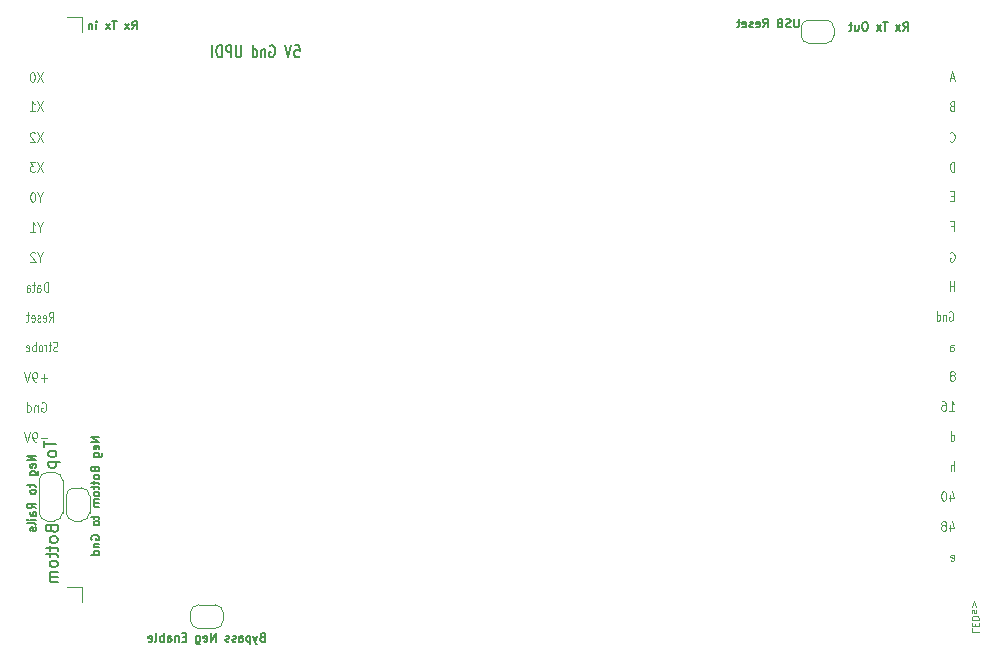
<source format=gbr>
%TF.GenerationSoftware,KiCad,Pcbnew,(5.1.9-0-10_14)*%
%TF.CreationDate,2021-04-17T19:26:37+08:00*%
%TF.ProjectId,BreadControlV2-rounded,42726561-6443-46f6-9e74-726f6c56322d,rev?*%
%TF.SameCoordinates,Original*%
%TF.FileFunction,Legend,Bot*%
%TF.FilePolarity,Positive*%
%FSLAX46Y46*%
G04 Gerber Fmt 4.6, Leading zero omitted, Abs format (unit mm)*
G04 Created by KiCad (PCBNEW (5.1.9-0-10_14)) date 2021-04-17 19:26:37*
%MOMM*%
%LPD*%
G01*
G04 APERTURE LIST*
%ADD10C,0.100000*%
%ADD11C,0.175000*%
%ADD12C,0.120000*%
%ADD13C,0.150000*%
G04 APERTURE END LIST*
D10*
X178798571Y-82280000D02*
X178798571Y-82565714D01*
X179398571Y-82565714D01*
X179112857Y-82080000D02*
X179112857Y-81880000D01*
X178798571Y-81794285D02*
X178798571Y-82080000D01*
X179398571Y-82080000D01*
X179398571Y-81794285D01*
X178798571Y-81537142D02*
X179398571Y-81537142D01*
X179398571Y-81394285D01*
X179370000Y-81308571D01*
X179312857Y-81251428D01*
X179255714Y-81222857D01*
X179141428Y-81194285D01*
X179055714Y-81194285D01*
X178941428Y-81222857D01*
X178884285Y-81251428D01*
X178827142Y-81308571D01*
X178798571Y-81394285D01*
X178798571Y-81537142D01*
X178827142Y-80965714D02*
X178798571Y-80908571D01*
X178798571Y-80794285D01*
X178827142Y-80737142D01*
X178884285Y-80708571D01*
X178912857Y-80708571D01*
X178970000Y-80737142D01*
X178998571Y-80794285D01*
X178998571Y-80880000D01*
X179027142Y-80937142D01*
X179084285Y-80965714D01*
X179112857Y-80965714D01*
X179170000Y-80937142D01*
X179198571Y-80880000D01*
X179198571Y-80794285D01*
X179170000Y-80737142D01*
X179198571Y-80451428D02*
X179027142Y-79994285D01*
X178855714Y-80451428D01*
X177331666Y-35693333D02*
X176998333Y-35693333D01*
X177398333Y-35921904D02*
X177165000Y-35121904D01*
X176931666Y-35921904D01*
X177115000Y-38042857D02*
X177015000Y-38080952D01*
X176981666Y-38119047D01*
X176948333Y-38195238D01*
X176948333Y-38309523D01*
X176981666Y-38385714D01*
X177015000Y-38423809D01*
X177081666Y-38461904D01*
X177348333Y-38461904D01*
X177348333Y-37661904D01*
X177115000Y-37661904D01*
X177048333Y-37700000D01*
X177015000Y-37738095D01*
X176981666Y-37814285D01*
X176981666Y-37890476D01*
X177015000Y-37966666D01*
X177048333Y-38004761D01*
X177115000Y-38042857D01*
X177348333Y-38042857D01*
X176981666Y-50463500D02*
X177048333Y-50425404D01*
X177148333Y-50425404D01*
X177248333Y-50463500D01*
X177315000Y-50539690D01*
X177348333Y-50615880D01*
X177381666Y-50768261D01*
X177381666Y-50882547D01*
X177348333Y-51034928D01*
X177315000Y-51111119D01*
X177248333Y-51187309D01*
X177148333Y-51225404D01*
X177081666Y-51225404D01*
X176981666Y-51187309D01*
X176948333Y-51149214D01*
X176948333Y-50882547D01*
X177081666Y-50882547D01*
X176917333Y-63861904D02*
X177317333Y-63861904D01*
X177117333Y-63861904D02*
X177117333Y-63061904D01*
X177184000Y-63176190D01*
X177250666Y-63252380D01*
X177317333Y-63290476D01*
X176317333Y-63061904D02*
X176450666Y-63061904D01*
X176517333Y-63100000D01*
X176550666Y-63138095D01*
X176617333Y-63252380D01*
X176650666Y-63404761D01*
X176650666Y-63709523D01*
X176617333Y-63785714D01*
X176584000Y-63823809D01*
X176517333Y-63861904D01*
X176384000Y-63861904D01*
X176317333Y-63823809D01*
X176284000Y-63785714D01*
X176250666Y-63709523D01*
X176250666Y-63519047D01*
X176284000Y-63442857D01*
X176317333Y-63404761D01*
X176384000Y-63366666D01*
X176517333Y-63366666D01*
X176584000Y-63404761D01*
X176617333Y-63442857D01*
X176650666Y-63519047D01*
X176948333Y-40989214D02*
X176981666Y-41027309D01*
X177081666Y-41065404D01*
X177148333Y-41065404D01*
X177248333Y-41027309D01*
X177315000Y-40951119D01*
X177348333Y-40874928D01*
X177381666Y-40722547D01*
X177381666Y-40608261D01*
X177348333Y-40455880D01*
X177315000Y-40379690D01*
X177248333Y-40303500D01*
X177148333Y-40265404D01*
X177081666Y-40265404D01*
X176981666Y-40303500D01*
X176948333Y-40341595D01*
X177315000Y-68941904D02*
X177315000Y-68141904D01*
X177015000Y-68941904D02*
X177015000Y-68522857D01*
X177048333Y-68446666D01*
X177115000Y-68408571D01*
X177215000Y-68408571D01*
X177281666Y-68446666D01*
X177315000Y-68484761D01*
X177348333Y-43605404D02*
X177348333Y-42805404D01*
X177181666Y-42805404D01*
X177081666Y-42843500D01*
X177015000Y-42919690D01*
X176981666Y-42995880D01*
X176948333Y-43148261D01*
X176948333Y-43262547D01*
X176981666Y-43414928D01*
X177015000Y-43491119D01*
X177081666Y-43567309D01*
X177181666Y-43605404D01*
X177348333Y-43605404D01*
X177315000Y-45662857D02*
X177081666Y-45662857D01*
X176981666Y-46081904D02*
X177315000Y-46081904D01*
X177315000Y-45281904D01*
X176981666Y-45281904D01*
X177231666Y-60864761D02*
X177298333Y-60826666D01*
X177331666Y-60788571D01*
X177365000Y-60712380D01*
X177365000Y-60674285D01*
X177331666Y-60598095D01*
X177298333Y-60560000D01*
X177231666Y-60521904D01*
X177098333Y-60521904D01*
X177031666Y-60560000D01*
X176998333Y-60598095D01*
X176965000Y-60674285D01*
X176965000Y-60712380D01*
X176998333Y-60788571D01*
X177031666Y-60826666D01*
X177098333Y-60864761D01*
X177231666Y-60864761D01*
X177298333Y-60902857D01*
X177331666Y-60940952D01*
X177365000Y-61017142D01*
X177365000Y-61169523D01*
X177331666Y-61245714D01*
X177298333Y-61283809D01*
X177231666Y-61321904D01*
X177098333Y-61321904D01*
X177031666Y-61283809D01*
X176998333Y-61245714D01*
X176965000Y-61169523D01*
X176965000Y-61017142D01*
X176998333Y-60940952D01*
X177031666Y-60902857D01*
X177098333Y-60864761D01*
X176984000Y-70948571D02*
X176984000Y-71481904D01*
X177150666Y-70643809D02*
X177317333Y-71215238D01*
X176884000Y-71215238D01*
X176484000Y-70681904D02*
X176417333Y-70681904D01*
X176350666Y-70720000D01*
X176317333Y-70758095D01*
X176284000Y-70834285D01*
X176250666Y-70986666D01*
X176250666Y-71177142D01*
X176284000Y-71329523D01*
X176317333Y-71405714D01*
X176350666Y-71443809D01*
X176417333Y-71481904D01*
X176484000Y-71481904D01*
X176550666Y-71443809D01*
X176584000Y-71405714D01*
X176617333Y-71329523D01*
X176650666Y-71177142D01*
X176650666Y-70986666D01*
X176617333Y-70834285D01*
X176584000Y-70758095D01*
X176550666Y-70720000D01*
X176484000Y-70681904D01*
X177031666Y-76523809D02*
X177098333Y-76561904D01*
X177231666Y-76561904D01*
X177298333Y-76523809D01*
X177331666Y-76447619D01*
X177331666Y-76142857D01*
X177298333Y-76066666D01*
X177231666Y-76028571D01*
X177098333Y-76028571D01*
X177031666Y-76066666D01*
X176998333Y-76142857D01*
X176998333Y-76219047D01*
X177331666Y-76295238D01*
X177011028Y-58781904D02*
X177011028Y-58362857D01*
X177039600Y-58286666D01*
X177096742Y-58248571D01*
X177211028Y-58248571D01*
X177268171Y-58286666D01*
X177011028Y-58743809D02*
X177068171Y-58781904D01*
X177211028Y-58781904D01*
X177268171Y-58743809D01*
X177296742Y-58667619D01*
X177296742Y-58591428D01*
X177268171Y-58515238D01*
X177211028Y-58477142D01*
X177068171Y-58477142D01*
X177011028Y-58439047D01*
X177065000Y-48202857D02*
X177298333Y-48202857D01*
X177298333Y-48621904D02*
X177298333Y-47821904D01*
X176965000Y-47821904D01*
X177015000Y-66401904D02*
X177015000Y-65601904D01*
X177015000Y-66363809D02*
X177081666Y-66401904D01*
X177215000Y-66401904D01*
X177281666Y-66363809D01*
X177315000Y-66325714D01*
X177348333Y-66249523D01*
X177348333Y-66020952D01*
X177315000Y-65944761D01*
X177281666Y-65906666D01*
X177215000Y-65868571D01*
X177081666Y-65868571D01*
X177015000Y-65906666D01*
X177336428Y-53701904D02*
X177336428Y-52901904D01*
X177336428Y-53282857D02*
X176993571Y-53282857D01*
X176993571Y-53701904D02*
X176993571Y-52901904D01*
X176915714Y-55480000D02*
X176972857Y-55441904D01*
X177058571Y-55441904D01*
X177144285Y-55480000D01*
X177201428Y-55556190D01*
X177230000Y-55632380D01*
X177258571Y-55784761D01*
X177258571Y-55899047D01*
X177230000Y-56051428D01*
X177201428Y-56127619D01*
X177144285Y-56203809D01*
X177058571Y-56241904D01*
X177001428Y-56241904D01*
X176915714Y-56203809D01*
X176887142Y-56165714D01*
X176887142Y-55899047D01*
X177001428Y-55899047D01*
X176630000Y-55708571D02*
X176630000Y-56241904D01*
X176630000Y-55784761D02*
X176601428Y-55746666D01*
X176544285Y-55708571D01*
X176458571Y-55708571D01*
X176401428Y-55746666D01*
X176372857Y-55822857D01*
X176372857Y-56241904D01*
X175830000Y-56241904D02*
X175830000Y-55441904D01*
X175830000Y-56203809D02*
X175887142Y-56241904D01*
X176001428Y-56241904D01*
X176058571Y-56203809D01*
X176087142Y-56165714D01*
X176115714Y-56089523D01*
X176115714Y-55860952D01*
X176087142Y-55784761D01*
X176058571Y-55746666D01*
X176001428Y-55708571D01*
X175887142Y-55708571D01*
X175830000Y-55746666D01*
X176984000Y-73488571D02*
X176984000Y-74021904D01*
X177150666Y-73183809D02*
X177317333Y-73755238D01*
X176884000Y-73755238D01*
X176517333Y-73564761D02*
X176584000Y-73526666D01*
X176617333Y-73488571D01*
X176650666Y-73412380D01*
X176650666Y-73374285D01*
X176617333Y-73298095D01*
X176584000Y-73260000D01*
X176517333Y-73221904D01*
X176384000Y-73221904D01*
X176317333Y-73260000D01*
X176284000Y-73298095D01*
X176250666Y-73374285D01*
X176250666Y-73412380D01*
X176284000Y-73488571D01*
X176317333Y-73526666D01*
X176384000Y-73564761D01*
X176517333Y-73564761D01*
X176584000Y-73602857D01*
X176617333Y-73640952D01*
X176650666Y-73717142D01*
X176650666Y-73869523D01*
X176617333Y-73945714D01*
X176584000Y-73983809D01*
X176517333Y-74021904D01*
X176384000Y-74021904D01*
X176317333Y-73983809D01*
X176284000Y-73945714D01*
X176250666Y-73869523D01*
X176250666Y-73717142D01*
X176284000Y-73640952D01*
X176317333Y-73602857D01*
X176384000Y-73564761D01*
X99944513Y-50844452D02*
X99944513Y-51225404D01*
X100177846Y-50425404D02*
X99944513Y-50844452D01*
X99711180Y-50425404D01*
X99511180Y-50501595D02*
X99477846Y-50463500D01*
X99411180Y-50425404D01*
X99244513Y-50425404D01*
X99177846Y-50463500D01*
X99144513Y-50501595D01*
X99111180Y-50577785D01*
X99111180Y-50653976D01*
X99144513Y-50768261D01*
X99544513Y-51225404D01*
X99111180Y-51225404D01*
X100061180Y-63163500D02*
X100127846Y-63125404D01*
X100227846Y-63125404D01*
X100327846Y-63163500D01*
X100394513Y-63239690D01*
X100427846Y-63315880D01*
X100461180Y-63468261D01*
X100461180Y-63582547D01*
X100427846Y-63734928D01*
X100394513Y-63811119D01*
X100327846Y-63887309D01*
X100227846Y-63925404D01*
X100161180Y-63925404D01*
X100061180Y-63887309D01*
X100027846Y-63849214D01*
X100027846Y-63582547D01*
X100161180Y-63582547D01*
X99727846Y-63392071D02*
X99727846Y-63925404D01*
X99727846Y-63468261D02*
X99694513Y-63430166D01*
X99627846Y-63392071D01*
X99527846Y-63392071D01*
X99461180Y-63430166D01*
X99427846Y-63506357D01*
X99427846Y-63925404D01*
X98794513Y-63925404D02*
X98794513Y-63125404D01*
X98794513Y-63887309D02*
X98861180Y-63925404D01*
X98994513Y-63925404D01*
X99061180Y-63887309D01*
X99094513Y-63849214D01*
X99127846Y-63773023D01*
X99127846Y-63544452D01*
X99094513Y-63468261D01*
X99061180Y-63430166D01*
X98994513Y-63392071D01*
X98861180Y-63392071D01*
X98794513Y-63430166D01*
X100177846Y-40265404D02*
X99711180Y-41065404D01*
X99711180Y-40265404D02*
X100177846Y-41065404D01*
X99477846Y-40341595D02*
X99444513Y-40303500D01*
X99377846Y-40265404D01*
X99211180Y-40265404D01*
X99144513Y-40303500D01*
X99111180Y-40341595D01*
X99077846Y-40417785D01*
X99077846Y-40493976D01*
X99111180Y-40608261D01*
X99511180Y-41065404D01*
X99077846Y-41065404D01*
X100177846Y-42805404D02*
X99711180Y-43605404D01*
X99711180Y-42805404D02*
X100177846Y-43605404D01*
X99511180Y-42805404D02*
X99077846Y-42805404D01*
X99311180Y-43110166D01*
X99211180Y-43110166D01*
X99144513Y-43148261D01*
X99111180Y-43186357D01*
X99077846Y-43262547D01*
X99077846Y-43453023D01*
X99111180Y-43529214D01*
X99144513Y-43567309D01*
X99211180Y-43605404D01*
X99411180Y-43605404D01*
X99477846Y-43567309D01*
X99511180Y-43529214D01*
X99944513Y-45764452D02*
X99944513Y-46145404D01*
X100177846Y-45345404D02*
X99944513Y-45764452D01*
X99711180Y-45345404D01*
X99344513Y-45345404D02*
X99277846Y-45345404D01*
X99211180Y-45383500D01*
X99177846Y-45421595D01*
X99144513Y-45497785D01*
X99111180Y-45650166D01*
X99111180Y-45840642D01*
X99144513Y-45993023D01*
X99177846Y-46069214D01*
X99211180Y-46107309D01*
X99277846Y-46145404D01*
X99344513Y-46145404D01*
X99411180Y-46107309D01*
X99444513Y-46069214D01*
X99477846Y-45993023D01*
X99511180Y-45840642D01*
X99511180Y-45650166D01*
X99477846Y-45497785D01*
X99444513Y-45421595D01*
X99411180Y-45383500D01*
X99344513Y-45345404D01*
X100511180Y-61080642D02*
X99977846Y-61080642D01*
X100244513Y-61385404D02*
X100244513Y-60775880D01*
X99611180Y-61385404D02*
X99477846Y-61385404D01*
X99411180Y-61347309D01*
X99377846Y-61309214D01*
X99311180Y-61194928D01*
X99277846Y-61042547D01*
X99277846Y-60737785D01*
X99311180Y-60661595D01*
X99344513Y-60623500D01*
X99411180Y-60585404D01*
X99544513Y-60585404D01*
X99611180Y-60623500D01*
X99644513Y-60661595D01*
X99677846Y-60737785D01*
X99677846Y-60928261D01*
X99644513Y-61004452D01*
X99611180Y-61042547D01*
X99544513Y-61080642D01*
X99411180Y-61080642D01*
X99344513Y-61042547D01*
X99311180Y-61004452D01*
X99277846Y-60928261D01*
X99077846Y-60585404D02*
X98844513Y-61385404D01*
X98611180Y-60585404D01*
X101404571Y-58794609D02*
X101318857Y-58832704D01*
X101176000Y-58832704D01*
X101118857Y-58794609D01*
X101090285Y-58756514D01*
X101061714Y-58680323D01*
X101061714Y-58604133D01*
X101090285Y-58527942D01*
X101118857Y-58489847D01*
X101176000Y-58451752D01*
X101290285Y-58413657D01*
X101347428Y-58375561D01*
X101376000Y-58337466D01*
X101404571Y-58261276D01*
X101404571Y-58185085D01*
X101376000Y-58108895D01*
X101347428Y-58070800D01*
X101290285Y-58032704D01*
X101147428Y-58032704D01*
X101061714Y-58070800D01*
X100890285Y-58299371D02*
X100661714Y-58299371D01*
X100804571Y-58032704D02*
X100804571Y-58718419D01*
X100776000Y-58794609D01*
X100718857Y-58832704D01*
X100661714Y-58832704D01*
X100461714Y-58832704D02*
X100461714Y-58299371D01*
X100461714Y-58451752D02*
X100433142Y-58375561D01*
X100404571Y-58337466D01*
X100347428Y-58299371D01*
X100290285Y-58299371D01*
X100004571Y-58832704D02*
X100061714Y-58794609D01*
X100090285Y-58756514D01*
X100118857Y-58680323D01*
X100118857Y-58451752D01*
X100090285Y-58375561D01*
X100061714Y-58337466D01*
X100004571Y-58299371D01*
X99918857Y-58299371D01*
X99861714Y-58337466D01*
X99833142Y-58375561D01*
X99804571Y-58451752D01*
X99804571Y-58680323D01*
X99833142Y-58756514D01*
X99861714Y-58794609D01*
X99918857Y-58832704D01*
X100004571Y-58832704D01*
X99547428Y-58832704D02*
X99547428Y-58032704D01*
X99547428Y-58337466D02*
X99490285Y-58299371D01*
X99376000Y-58299371D01*
X99318857Y-58337466D01*
X99290285Y-58375561D01*
X99261714Y-58451752D01*
X99261714Y-58680323D01*
X99290285Y-58756514D01*
X99318857Y-58794609D01*
X99376000Y-58832704D01*
X99490285Y-58832704D01*
X99547428Y-58794609D01*
X98776000Y-58794609D02*
X98833142Y-58832704D01*
X98947428Y-58832704D01*
X99004571Y-58794609D01*
X99033142Y-58718419D01*
X99033142Y-58413657D01*
X99004571Y-58337466D01*
X98947428Y-58299371D01*
X98833142Y-58299371D01*
X98776000Y-58337466D01*
X98747428Y-58413657D01*
X98747428Y-58489847D01*
X99033142Y-58566038D01*
X99944513Y-48304452D02*
X99944513Y-48685404D01*
X100177846Y-47885404D02*
X99944513Y-48304452D01*
X99711180Y-47885404D01*
X99111180Y-48685404D02*
X99511180Y-48685404D01*
X99311180Y-48685404D02*
X99311180Y-47885404D01*
X99377846Y-47999690D01*
X99444513Y-48075880D01*
X99511180Y-48113976D01*
X100511180Y-66160642D02*
X99977846Y-66160642D01*
X99611180Y-66465404D02*
X99477846Y-66465404D01*
X99411180Y-66427309D01*
X99377846Y-66389214D01*
X99311180Y-66274928D01*
X99277846Y-66122547D01*
X99277846Y-65817785D01*
X99311180Y-65741595D01*
X99344513Y-65703500D01*
X99411180Y-65665404D01*
X99544513Y-65665404D01*
X99611180Y-65703500D01*
X99644513Y-65741595D01*
X99677846Y-65817785D01*
X99677846Y-66008261D01*
X99644513Y-66084452D01*
X99611180Y-66122547D01*
X99544513Y-66160642D01*
X99411180Y-66160642D01*
X99344513Y-66122547D01*
X99311180Y-66084452D01*
X99277846Y-66008261D01*
X99077846Y-65665404D02*
X98844513Y-66465404D01*
X98611180Y-65665404D01*
X100566428Y-53765404D02*
X100566428Y-52965404D01*
X100423571Y-52965404D01*
X100337857Y-53003500D01*
X100280714Y-53079690D01*
X100252142Y-53155880D01*
X100223571Y-53308261D01*
X100223571Y-53422547D01*
X100252142Y-53574928D01*
X100280714Y-53651119D01*
X100337857Y-53727309D01*
X100423571Y-53765404D01*
X100566428Y-53765404D01*
X99709285Y-53765404D02*
X99709285Y-53346357D01*
X99737857Y-53270166D01*
X99795000Y-53232071D01*
X99909285Y-53232071D01*
X99966428Y-53270166D01*
X99709285Y-53727309D02*
X99766428Y-53765404D01*
X99909285Y-53765404D01*
X99966428Y-53727309D01*
X99995000Y-53651119D01*
X99995000Y-53574928D01*
X99966428Y-53498738D01*
X99909285Y-53460642D01*
X99766428Y-53460642D01*
X99709285Y-53422547D01*
X99509285Y-53232071D02*
X99280714Y-53232071D01*
X99423571Y-52965404D02*
X99423571Y-53651119D01*
X99395000Y-53727309D01*
X99337857Y-53765404D01*
X99280714Y-53765404D01*
X98823571Y-53765404D02*
X98823571Y-53346357D01*
X98852142Y-53270166D01*
X98909285Y-53232071D01*
X99023571Y-53232071D01*
X99080714Y-53270166D01*
X98823571Y-53727309D02*
X98880714Y-53765404D01*
X99023571Y-53765404D01*
X99080714Y-53727309D01*
X99109285Y-53651119D01*
X99109285Y-53574928D01*
X99080714Y-53498738D01*
X99023571Y-53460642D01*
X98880714Y-53460642D01*
X98823571Y-53422547D01*
X100691857Y-56305404D02*
X100891857Y-55924452D01*
X101034714Y-56305404D02*
X101034714Y-55505404D01*
X100806142Y-55505404D01*
X100749000Y-55543500D01*
X100720428Y-55581595D01*
X100691857Y-55657785D01*
X100691857Y-55772071D01*
X100720428Y-55848261D01*
X100749000Y-55886357D01*
X100806142Y-55924452D01*
X101034714Y-55924452D01*
X100206142Y-56267309D02*
X100263285Y-56305404D01*
X100377571Y-56305404D01*
X100434714Y-56267309D01*
X100463285Y-56191119D01*
X100463285Y-55886357D01*
X100434714Y-55810166D01*
X100377571Y-55772071D01*
X100263285Y-55772071D01*
X100206142Y-55810166D01*
X100177571Y-55886357D01*
X100177571Y-55962547D01*
X100463285Y-56038738D01*
X99949000Y-56267309D02*
X99891857Y-56305404D01*
X99777571Y-56305404D01*
X99720428Y-56267309D01*
X99691857Y-56191119D01*
X99691857Y-56153023D01*
X99720428Y-56076833D01*
X99777571Y-56038738D01*
X99863285Y-56038738D01*
X99920428Y-56000642D01*
X99949000Y-55924452D01*
X99949000Y-55886357D01*
X99920428Y-55810166D01*
X99863285Y-55772071D01*
X99777571Y-55772071D01*
X99720428Y-55810166D01*
X99206142Y-56267309D02*
X99263285Y-56305404D01*
X99377571Y-56305404D01*
X99434714Y-56267309D01*
X99463285Y-56191119D01*
X99463285Y-55886357D01*
X99434714Y-55810166D01*
X99377571Y-55772071D01*
X99263285Y-55772071D01*
X99206142Y-55810166D01*
X99177571Y-55886357D01*
X99177571Y-55962547D01*
X99463285Y-56038738D01*
X99006142Y-55772071D02*
X98777571Y-55772071D01*
X98920428Y-55505404D02*
X98920428Y-56191119D01*
X98891857Y-56267309D01*
X98834714Y-56305404D01*
X98777571Y-56305404D01*
X100177846Y-35185404D02*
X99711180Y-35985404D01*
X99711180Y-35185404D02*
X100177846Y-35985404D01*
X99311180Y-35185404D02*
X99244513Y-35185404D01*
X99177846Y-35223500D01*
X99144513Y-35261595D01*
X99111180Y-35337785D01*
X99077846Y-35490166D01*
X99077846Y-35680642D01*
X99111180Y-35833023D01*
X99144513Y-35909214D01*
X99177846Y-35947309D01*
X99244513Y-35985404D01*
X99311180Y-35985404D01*
X99377846Y-35947309D01*
X99411180Y-35909214D01*
X99444513Y-35833023D01*
X99477846Y-35680642D01*
X99477846Y-35490166D01*
X99444513Y-35337785D01*
X99411180Y-35261595D01*
X99377846Y-35223500D01*
X99311180Y-35185404D01*
X100177846Y-37661904D02*
X99711180Y-38461904D01*
X99711180Y-37661904D02*
X100177846Y-38461904D01*
X99077846Y-38461904D02*
X99477846Y-38461904D01*
X99277846Y-38461904D02*
X99277846Y-37661904D01*
X99344513Y-37776190D01*
X99411180Y-37852380D01*
X99477846Y-37890476D01*
D11*
X121483978Y-32911800D02*
X121864930Y-32911800D01*
X121903025Y-33387991D01*
X121864930Y-33340372D01*
X121788740Y-33292753D01*
X121598263Y-33292753D01*
X121522073Y-33340372D01*
X121483978Y-33387991D01*
X121445882Y-33483229D01*
X121445882Y-33721324D01*
X121483978Y-33816562D01*
X121522073Y-33864181D01*
X121598263Y-33911800D01*
X121788740Y-33911800D01*
X121864930Y-33864181D01*
X121903025Y-33816562D01*
X121217311Y-32911800D02*
X120950644Y-33911800D01*
X120683978Y-32911800D01*
X119388740Y-32959420D02*
X119464930Y-32911800D01*
X119579216Y-32911800D01*
X119693501Y-32959420D01*
X119769692Y-33054658D01*
X119807787Y-33149896D01*
X119845882Y-33340372D01*
X119845882Y-33483229D01*
X119807787Y-33673705D01*
X119769692Y-33768943D01*
X119693501Y-33864181D01*
X119579216Y-33911800D01*
X119503025Y-33911800D01*
X119388740Y-33864181D01*
X119350644Y-33816562D01*
X119350644Y-33483229D01*
X119503025Y-33483229D01*
X119007787Y-33245134D02*
X119007787Y-33911800D01*
X119007787Y-33340372D02*
X118969692Y-33292753D01*
X118893501Y-33245134D01*
X118779216Y-33245134D01*
X118703025Y-33292753D01*
X118664930Y-33387991D01*
X118664930Y-33911800D01*
X117941120Y-33911800D02*
X117941120Y-32911800D01*
X117941120Y-33864181D02*
X118017311Y-33911800D01*
X118169692Y-33911800D01*
X118245882Y-33864181D01*
X118283978Y-33816562D01*
X118322073Y-33721324D01*
X118322073Y-33435610D01*
X118283978Y-33340372D01*
X118245882Y-33292753D01*
X118169692Y-33245134D01*
X118017311Y-33245134D01*
X117941120Y-33292753D01*
X116950644Y-32911800D02*
X116950644Y-33721324D01*
X116912549Y-33816562D01*
X116874454Y-33864181D01*
X116798263Y-33911800D01*
X116645882Y-33911800D01*
X116569692Y-33864181D01*
X116531597Y-33816562D01*
X116493501Y-33721324D01*
X116493501Y-32911800D01*
X116112549Y-33911800D02*
X116112549Y-32911800D01*
X115807787Y-32911800D01*
X115731597Y-32959420D01*
X115693501Y-33007039D01*
X115655406Y-33102277D01*
X115655406Y-33245134D01*
X115693501Y-33340372D01*
X115731597Y-33387991D01*
X115807787Y-33435610D01*
X116112549Y-33435610D01*
X115312549Y-33911800D02*
X115312549Y-32911800D01*
X115122073Y-32911800D01*
X115007787Y-32959420D01*
X114931597Y-33054658D01*
X114893501Y-33149896D01*
X114855406Y-33340372D01*
X114855406Y-33483229D01*
X114893501Y-33673705D01*
X114931597Y-33768943D01*
X115007787Y-33864181D01*
X115122073Y-33911800D01*
X115312549Y-33911800D01*
X114512549Y-33911800D02*
X114512549Y-32911800D01*
D12*
%TO.C,J7*%
X103505000Y-78740000D02*
X102235000Y-78740000D01*
X103505000Y-80010000D02*
X103505000Y-78740000D01*
%TO.C,Rx Tx in*%
X103505000Y-30480000D02*
X102235000Y-30480000D01*
X103505000Y-31750000D02*
X103505000Y-30480000D01*
%TO.C,Neg Bottom to Gnd*%
X103424000Y-70370000D02*
X102824000Y-70370000D01*
X104124000Y-72470000D02*
X104124000Y-71070000D01*
X102824000Y-73170000D02*
X103424000Y-73170000D01*
X102124000Y-71070000D02*
X102124000Y-72470000D01*
X102824000Y-70370000D02*
G75*
G03*
X102124000Y-71070000I0J-700000D01*
G01*
X104124000Y-71070000D02*
G75*
G03*
X103424000Y-70370000I-700000J0D01*
G01*
X103424000Y-73170000D02*
G75*
G03*
X104124000Y-72470000I0J700000D01*
G01*
X102124000Y-72470000D02*
G75*
G03*
X102824000Y-73170000I700000J0D01*
G01*
%TO.C,Neg to Rails*%
X101138000Y-69070000D02*
X100538000Y-69070000D01*
X101838000Y-72520000D02*
X101838000Y-69720000D01*
X100538000Y-73170000D02*
X101138000Y-73170000D01*
X99838000Y-69720000D02*
X99838000Y-72520000D01*
X100538000Y-69070000D02*
G75*
G03*
X99838000Y-69770000I0J-700000D01*
G01*
X101838000Y-69770000D02*
G75*
G03*
X101138000Y-69070000I-700000J0D01*
G01*
X101138000Y-73170000D02*
G75*
G03*
X101838000Y-72470000I0J700000D01*
G01*
X99838000Y-72470000D02*
G75*
G03*
X100538000Y-73170000I700000J0D01*
G01*
%TO.C,Bypass Neg Enable*%
X112646000Y-80980000D02*
X112646000Y-81580000D01*
X114746000Y-80280000D02*
X113346000Y-80280000D01*
X115446000Y-81580000D02*
X115446000Y-80980000D01*
X113346000Y-82280000D02*
X114746000Y-82280000D01*
X112646000Y-81580000D02*
G75*
G03*
X113346000Y-82280000I700000J0D01*
G01*
X113346000Y-80280000D02*
G75*
G03*
X112646000Y-80980000I0J-700000D01*
G01*
X115446000Y-80980000D02*
G75*
G03*
X114746000Y-80280000I-700000J0D01*
G01*
X114746000Y-82280000D02*
G75*
G03*
X115446000Y-81580000I0J700000D01*
G01*
%TO.C,USB Reset*%
X167150000Y-32050000D02*
X167150000Y-31450000D01*
X165050000Y-32750000D02*
X166450000Y-32750000D01*
X164350000Y-31450000D02*
X164350000Y-32050000D01*
X166450000Y-30750000D02*
X165050000Y-30750000D01*
X167150000Y-31450000D02*
G75*
G03*
X166450000Y-30750000I-700000J0D01*
G01*
X166450000Y-32750000D02*
G75*
G03*
X167150000Y-32050000I0J700000D01*
G01*
X164350000Y-32050000D02*
G75*
G03*
X165050000Y-32750000I700000J0D01*
G01*
X165050000Y-30750000D02*
G75*
G03*
X164350000Y-31450000I0J-700000D01*
G01*
%TO.C,Rx Tx Out*%
D13*
X173008353Y-31660266D02*
X173241686Y-31326933D01*
X173408353Y-31660266D02*
X173408353Y-30960266D01*
X173141686Y-30960266D01*
X173075020Y-30993600D01*
X173041686Y-31026933D01*
X173008353Y-31093600D01*
X173008353Y-31193600D01*
X173041686Y-31260266D01*
X173075020Y-31293600D01*
X173141686Y-31326933D01*
X173408353Y-31326933D01*
X172775020Y-31660266D02*
X172408353Y-31193600D01*
X172775020Y-31193600D02*
X172408353Y-31660266D01*
X171708353Y-30960266D02*
X171308353Y-30960266D01*
X171508353Y-31660266D02*
X171508353Y-30960266D01*
X171141686Y-31660266D02*
X170775020Y-31193600D01*
X171141686Y-31193600D02*
X170775020Y-31660266D01*
X169841686Y-30960266D02*
X169708353Y-30960266D01*
X169641686Y-30993600D01*
X169575020Y-31060266D01*
X169541686Y-31193600D01*
X169541686Y-31426933D01*
X169575020Y-31560266D01*
X169641686Y-31626933D01*
X169708353Y-31660266D01*
X169841686Y-31660266D01*
X169908353Y-31626933D01*
X169975020Y-31560266D01*
X170008353Y-31426933D01*
X170008353Y-31193600D01*
X169975020Y-31060266D01*
X169908353Y-30993600D01*
X169841686Y-30960266D01*
X168941686Y-31193600D02*
X168941686Y-31660266D01*
X169241686Y-31193600D02*
X169241686Y-31560266D01*
X169208353Y-31626933D01*
X169141686Y-31660266D01*
X169041686Y-31660266D01*
X168975020Y-31626933D01*
X168941686Y-31593600D01*
X168708353Y-31193600D02*
X168441686Y-31193600D01*
X168608353Y-30960266D02*
X168608353Y-31560266D01*
X168575020Y-31626933D01*
X168508353Y-31660266D01*
X168441686Y-31660266D01*
%TO.C,Rx Tx in*%
X107716433Y-31561206D02*
X107949766Y-31227873D01*
X108116433Y-31561206D02*
X108116433Y-30861206D01*
X107849766Y-30861206D01*
X107783100Y-30894540D01*
X107749766Y-30927873D01*
X107716433Y-30994540D01*
X107716433Y-31094540D01*
X107749766Y-31161206D01*
X107783100Y-31194540D01*
X107849766Y-31227873D01*
X108116433Y-31227873D01*
X107483100Y-31561206D02*
X107116433Y-31094540D01*
X107483100Y-31094540D02*
X107116433Y-31561206D01*
X106416433Y-30861206D02*
X106016433Y-30861206D01*
X106216433Y-31561206D02*
X106216433Y-30861206D01*
X105849766Y-31561206D02*
X105483100Y-31094540D01*
X105849766Y-31094540D02*
X105483100Y-31561206D01*
X104683100Y-31561206D02*
X104683100Y-31094540D01*
X104683100Y-30861206D02*
X104716433Y-30894540D01*
X104683100Y-30927873D01*
X104649766Y-30894540D01*
X104683100Y-30861206D01*
X104683100Y-30927873D01*
X104349766Y-31094540D02*
X104349766Y-31561206D01*
X104349766Y-31161206D02*
X104316433Y-31127873D01*
X104249766Y-31094540D01*
X104149766Y-31094540D01*
X104083100Y-31127873D01*
X104049766Y-31194540D01*
X104049766Y-31561206D01*
%TO.C,Neg Bottom to Gnd*%
X104962126Y-66092373D02*
X104262126Y-66092373D01*
X104962126Y-66492373D01*
X104262126Y-66492373D01*
X104928793Y-67092373D02*
X104962126Y-67025706D01*
X104962126Y-66892373D01*
X104928793Y-66825706D01*
X104862126Y-66792373D01*
X104595460Y-66792373D01*
X104528793Y-66825706D01*
X104495460Y-66892373D01*
X104495460Y-67025706D01*
X104528793Y-67092373D01*
X104595460Y-67125706D01*
X104662126Y-67125706D01*
X104728793Y-66792373D01*
X104495460Y-67725706D02*
X105062126Y-67725706D01*
X105128793Y-67692373D01*
X105162126Y-67659040D01*
X105195460Y-67592373D01*
X105195460Y-67492373D01*
X105162126Y-67425706D01*
X104928793Y-67725706D02*
X104962126Y-67659040D01*
X104962126Y-67525706D01*
X104928793Y-67459040D01*
X104895460Y-67425706D01*
X104828793Y-67392373D01*
X104628793Y-67392373D01*
X104562126Y-67425706D01*
X104528793Y-67459040D01*
X104495460Y-67525706D01*
X104495460Y-67659040D01*
X104528793Y-67725706D01*
X104595460Y-68825706D02*
X104628793Y-68925706D01*
X104662126Y-68959040D01*
X104728793Y-68992373D01*
X104828793Y-68992373D01*
X104895460Y-68959040D01*
X104928793Y-68925706D01*
X104962126Y-68859040D01*
X104962126Y-68592373D01*
X104262126Y-68592373D01*
X104262126Y-68825706D01*
X104295460Y-68892373D01*
X104328793Y-68925706D01*
X104395460Y-68959040D01*
X104462126Y-68959040D01*
X104528793Y-68925706D01*
X104562126Y-68892373D01*
X104595460Y-68825706D01*
X104595460Y-68592373D01*
X104962126Y-69392373D02*
X104928793Y-69325706D01*
X104895460Y-69292373D01*
X104828793Y-69259040D01*
X104628793Y-69259040D01*
X104562126Y-69292373D01*
X104528793Y-69325706D01*
X104495460Y-69392373D01*
X104495460Y-69492373D01*
X104528793Y-69559040D01*
X104562126Y-69592373D01*
X104628793Y-69625706D01*
X104828793Y-69625706D01*
X104895460Y-69592373D01*
X104928793Y-69559040D01*
X104962126Y-69492373D01*
X104962126Y-69392373D01*
X104495460Y-69825706D02*
X104495460Y-70092373D01*
X104262126Y-69925706D02*
X104862126Y-69925706D01*
X104928793Y-69959040D01*
X104962126Y-70025706D01*
X104962126Y-70092373D01*
X104495460Y-70225706D02*
X104495460Y-70492373D01*
X104262126Y-70325706D02*
X104862126Y-70325706D01*
X104928793Y-70359040D01*
X104962126Y-70425706D01*
X104962126Y-70492373D01*
X104962126Y-70825706D02*
X104928793Y-70759040D01*
X104895460Y-70725706D01*
X104828793Y-70692373D01*
X104628793Y-70692373D01*
X104562126Y-70725706D01*
X104528793Y-70759040D01*
X104495460Y-70825706D01*
X104495460Y-70925706D01*
X104528793Y-70992373D01*
X104562126Y-71025706D01*
X104628793Y-71059040D01*
X104828793Y-71059040D01*
X104895460Y-71025706D01*
X104928793Y-70992373D01*
X104962126Y-70925706D01*
X104962126Y-70825706D01*
X104962126Y-71359040D02*
X104495460Y-71359040D01*
X104562126Y-71359040D02*
X104528793Y-71392373D01*
X104495460Y-71459040D01*
X104495460Y-71559040D01*
X104528793Y-71625706D01*
X104595460Y-71659040D01*
X104962126Y-71659040D01*
X104595460Y-71659040D02*
X104528793Y-71692373D01*
X104495460Y-71759040D01*
X104495460Y-71859040D01*
X104528793Y-71925706D01*
X104595460Y-71959040D01*
X104962126Y-71959040D01*
X104495460Y-72725706D02*
X104495460Y-72992373D01*
X104262126Y-72825706D02*
X104862126Y-72825706D01*
X104928793Y-72859040D01*
X104962126Y-72925706D01*
X104962126Y-72992373D01*
X104962126Y-73325706D02*
X104928793Y-73259040D01*
X104895460Y-73225706D01*
X104828793Y-73192373D01*
X104628793Y-73192373D01*
X104562126Y-73225706D01*
X104528793Y-73259040D01*
X104495460Y-73325706D01*
X104495460Y-73425706D01*
X104528793Y-73492373D01*
X104562126Y-73525706D01*
X104628793Y-73559040D01*
X104828793Y-73559040D01*
X104895460Y-73525706D01*
X104928793Y-73492373D01*
X104962126Y-73425706D01*
X104962126Y-73325706D01*
X104295460Y-74759039D02*
X104262126Y-74692373D01*
X104262126Y-74592373D01*
X104295460Y-74492373D01*
X104362126Y-74425706D01*
X104428793Y-74392373D01*
X104562126Y-74359039D01*
X104662126Y-74359039D01*
X104795460Y-74392373D01*
X104862126Y-74425706D01*
X104928793Y-74492373D01*
X104962126Y-74592373D01*
X104962126Y-74659039D01*
X104928793Y-74759039D01*
X104895460Y-74792373D01*
X104662126Y-74792373D01*
X104662126Y-74659039D01*
X104495460Y-75092373D02*
X104962126Y-75092373D01*
X104562126Y-75092373D02*
X104528793Y-75125706D01*
X104495460Y-75192373D01*
X104495460Y-75292373D01*
X104528793Y-75359039D01*
X104595460Y-75392373D01*
X104962126Y-75392373D01*
X104962126Y-76025706D02*
X104262126Y-76025706D01*
X104928793Y-76025706D02*
X104962126Y-75959039D01*
X104962126Y-75825706D01*
X104928793Y-75759039D01*
X104895460Y-75725706D01*
X104828793Y-75692373D01*
X104628793Y-75692373D01*
X104562126Y-75725706D01*
X104528793Y-75759039D01*
X104495460Y-75825706D01*
X104495460Y-75959039D01*
X104528793Y-76025706D01*
%TO.C,Neg to Rails*%
X99559546Y-67658693D02*
X98859546Y-67658693D01*
X99559546Y-68058693D01*
X98859546Y-68058693D01*
X99526213Y-68658693D02*
X99559546Y-68592026D01*
X99559546Y-68458693D01*
X99526213Y-68392026D01*
X99459546Y-68358693D01*
X99192880Y-68358693D01*
X99126213Y-68392026D01*
X99092880Y-68458693D01*
X99092880Y-68592026D01*
X99126213Y-68658693D01*
X99192880Y-68692026D01*
X99259546Y-68692026D01*
X99326213Y-68358693D01*
X99092880Y-69292026D02*
X99659546Y-69292026D01*
X99726213Y-69258693D01*
X99759546Y-69225360D01*
X99792880Y-69158693D01*
X99792880Y-69058693D01*
X99759546Y-68992026D01*
X99526213Y-69292026D02*
X99559546Y-69225360D01*
X99559546Y-69092026D01*
X99526213Y-69025360D01*
X99492880Y-68992026D01*
X99426213Y-68958693D01*
X99226213Y-68958693D01*
X99159546Y-68992026D01*
X99126213Y-69025360D01*
X99092880Y-69092026D01*
X99092880Y-69225360D01*
X99126213Y-69292026D01*
X99092880Y-70058693D02*
X99092880Y-70325360D01*
X98859546Y-70158693D02*
X99459546Y-70158693D01*
X99526213Y-70192026D01*
X99559546Y-70258693D01*
X99559546Y-70325360D01*
X99559546Y-70658693D02*
X99526213Y-70592026D01*
X99492880Y-70558693D01*
X99426213Y-70525360D01*
X99226213Y-70525360D01*
X99159546Y-70558693D01*
X99126213Y-70592026D01*
X99092880Y-70658693D01*
X99092880Y-70758693D01*
X99126213Y-70825360D01*
X99159546Y-70858693D01*
X99226213Y-70892026D01*
X99426213Y-70892026D01*
X99492880Y-70858693D01*
X99526213Y-70825360D01*
X99559546Y-70758693D01*
X99559546Y-70658693D01*
X99559546Y-72125360D02*
X99226213Y-71892026D01*
X99559546Y-71725360D02*
X98859546Y-71725360D01*
X98859546Y-71992026D01*
X98892880Y-72058693D01*
X98926213Y-72092026D01*
X98992880Y-72125360D01*
X99092880Y-72125360D01*
X99159546Y-72092026D01*
X99192880Y-72058693D01*
X99226213Y-71992026D01*
X99226213Y-71725360D01*
X99559546Y-72725360D02*
X99192880Y-72725360D01*
X99126213Y-72692026D01*
X99092880Y-72625360D01*
X99092880Y-72492026D01*
X99126213Y-72425360D01*
X99526213Y-72725360D02*
X99559546Y-72658693D01*
X99559546Y-72492026D01*
X99526213Y-72425360D01*
X99459546Y-72392026D01*
X99392880Y-72392026D01*
X99326213Y-72425360D01*
X99292880Y-72492026D01*
X99292880Y-72658693D01*
X99259546Y-72725360D01*
X99559546Y-73058693D02*
X99092880Y-73058693D01*
X98859546Y-73058693D02*
X98892880Y-73025360D01*
X98926213Y-73058693D01*
X98892880Y-73092026D01*
X98859546Y-73058693D01*
X98926213Y-73058693D01*
X99559546Y-73492026D02*
X99526213Y-73425360D01*
X99459546Y-73392026D01*
X98859546Y-73392026D01*
X99526213Y-73725360D02*
X99559546Y-73792026D01*
X99559546Y-73925360D01*
X99526213Y-73992026D01*
X99459546Y-74025360D01*
X99426213Y-74025360D01*
X99359546Y-73992026D01*
X99326213Y-73925360D01*
X99326213Y-73825360D01*
X99292880Y-73758693D01*
X99226213Y-73725360D01*
X99192880Y-73725360D01*
X99126213Y-73758693D01*
X99092880Y-73825360D01*
X99092880Y-73925360D01*
X99126213Y-73992026D01*
X100290380Y-66373523D02*
X100290380Y-66944952D01*
X101290380Y-66659238D02*
X100290380Y-66659238D01*
X101290380Y-67421142D02*
X101242761Y-67325904D01*
X101195142Y-67278285D01*
X101099904Y-67230666D01*
X100814190Y-67230666D01*
X100718952Y-67278285D01*
X100671333Y-67325904D01*
X100623714Y-67421142D01*
X100623714Y-67564000D01*
X100671333Y-67659238D01*
X100718952Y-67706857D01*
X100814190Y-67754476D01*
X101099904Y-67754476D01*
X101195142Y-67706857D01*
X101242761Y-67659238D01*
X101290380Y-67564000D01*
X101290380Y-67421142D01*
X100623714Y-68183047D02*
X101623714Y-68183047D01*
X100671333Y-68183047D02*
X100623714Y-68278285D01*
X100623714Y-68468761D01*
X100671333Y-68564000D01*
X100718952Y-68611619D01*
X100814190Y-68659238D01*
X101099904Y-68659238D01*
X101195142Y-68611619D01*
X101242761Y-68564000D01*
X101290380Y-68468761D01*
X101290380Y-68278285D01*
X101242761Y-68183047D01*
X100893571Y-73874571D02*
X100941190Y-74017428D01*
X100988809Y-74065047D01*
X101084047Y-74112666D01*
X101226904Y-74112666D01*
X101322142Y-74065047D01*
X101369761Y-74017428D01*
X101417380Y-73922190D01*
X101417380Y-73541238D01*
X100417380Y-73541238D01*
X100417380Y-73874571D01*
X100465000Y-73969809D01*
X100512619Y-74017428D01*
X100607857Y-74065047D01*
X100703095Y-74065047D01*
X100798333Y-74017428D01*
X100845952Y-73969809D01*
X100893571Y-73874571D01*
X100893571Y-73541238D01*
X101417380Y-74684095D02*
X101369761Y-74588857D01*
X101322142Y-74541238D01*
X101226904Y-74493619D01*
X100941190Y-74493619D01*
X100845952Y-74541238D01*
X100798333Y-74588857D01*
X100750714Y-74684095D01*
X100750714Y-74826952D01*
X100798333Y-74922190D01*
X100845952Y-74969809D01*
X100941190Y-75017428D01*
X101226904Y-75017428D01*
X101322142Y-74969809D01*
X101369761Y-74922190D01*
X101417380Y-74826952D01*
X101417380Y-74684095D01*
X100750714Y-75303142D02*
X100750714Y-75684095D01*
X100417380Y-75446000D02*
X101274523Y-75446000D01*
X101369761Y-75493619D01*
X101417380Y-75588857D01*
X101417380Y-75684095D01*
X100750714Y-75874571D02*
X100750714Y-76255523D01*
X100417380Y-76017428D02*
X101274523Y-76017428D01*
X101369761Y-76065047D01*
X101417380Y-76160285D01*
X101417380Y-76255523D01*
X101417380Y-76731714D02*
X101369761Y-76636476D01*
X101322142Y-76588857D01*
X101226904Y-76541238D01*
X100941190Y-76541238D01*
X100845952Y-76588857D01*
X100798333Y-76636476D01*
X100750714Y-76731714D01*
X100750714Y-76874571D01*
X100798333Y-76969809D01*
X100845952Y-77017428D01*
X100941190Y-77065047D01*
X101226904Y-77065047D01*
X101322142Y-77017428D01*
X101369761Y-76969809D01*
X101417380Y-76874571D01*
X101417380Y-76731714D01*
X101417380Y-77493619D02*
X100750714Y-77493619D01*
X100845952Y-77493619D02*
X100798333Y-77541238D01*
X100750714Y-77636476D01*
X100750714Y-77779333D01*
X100798333Y-77874571D01*
X100893571Y-77922190D01*
X101417380Y-77922190D01*
X100893571Y-77922190D02*
X100798333Y-77969809D01*
X100750714Y-78065047D01*
X100750714Y-78207904D01*
X100798333Y-78303142D01*
X100893571Y-78350761D01*
X101417380Y-78350761D01*
%TO.C,Bypass Neg Enable*%
X118729333Y-83030000D02*
X118629333Y-83063333D01*
X118596000Y-83096666D01*
X118562666Y-83163333D01*
X118562666Y-83263333D01*
X118596000Y-83330000D01*
X118629333Y-83363333D01*
X118696000Y-83396666D01*
X118962666Y-83396666D01*
X118962666Y-82696666D01*
X118729333Y-82696666D01*
X118662666Y-82730000D01*
X118629333Y-82763333D01*
X118596000Y-82830000D01*
X118596000Y-82896666D01*
X118629333Y-82963333D01*
X118662666Y-82996666D01*
X118729333Y-83030000D01*
X118962666Y-83030000D01*
X118329333Y-82930000D02*
X118162666Y-83396666D01*
X117996000Y-82930000D02*
X118162666Y-83396666D01*
X118229333Y-83563333D01*
X118262666Y-83596666D01*
X118329333Y-83630000D01*
X117729333Y-82930000D02*
X117729333Y-83630000D01*
X117729333Y-82963333D02*
X117662666Y-82930000D01*
X117529333Y-82930000D01*
X117462666Y-82963333D01*
X117429333Y-82996666D01*
X117396000Y-83063333D01*
X117396000Y-83263333D01*
X117429333Y-83330000D01*
X117462666Y-83363333D01*
X117529333Y-83396666D01*
X117662666Y-83396666D01*
X117729333Y-83363333D01*
X116796000Y-83396666D02*
X116796000Y-83030000D01*
X116829333Y-82963333D01*
X116896000Y-82930000D01*
X117029333Y-82930000D01*
X117096000Y-82963333D01*
X116796000Y-83363333D02*
X116862666Y-83396666D01*
X117029333Y-83396666D01*
X117096000Y-83363333D01*
X117129333Y-83296666D01*
X117129333Y-83230000D01*
X117096000Y-83163333D01*
X117029333Y-83130000D01*
X116862666Y-83130000D01*
X116796000Y-83096666D01*
X116496000Y-83363333D02*
X116429333Y-83396666D01*
X116296000Y-83396666D01*
X116229333Y-83363333D01*
X116196000Y-83296666D01*
X116196000Y-83263333D01*
X116229333Y-83196666D01*
X116296000Y-83163333D01*
X116396000Y-83163333D01*
X116462666Y-83130000D01*
X116496000Y-83063333D01*
X116496000Y-83030000D01*
X116462666Y-82963333D01*
X116396000Y-82930000D01*
X116296000Y-82930000D01*
X116229333Y-82963333D01*
X115929333Y-83363333D02*
X115862666Y-83396666D01*
X115729333Y-83396666D01*
X115662666Y-83363333D01*
X115629333Y-83296666D01*
X115629333Y-83263333D01*
X115662666Y-83196666D01*
X115729333Y-83163333D01*
X115829333Y-83163333D01*
X115896000Y-83130000D01*
X115929333Y-83063333D01*
X115929333Y-83030000D01*
X115896000Y-82963333D01*
X115829333Y-82930000D01*
X115729333Y-82930000D01*
X115662666Y-82963333D01*
X114796000Y-83396666D02*
X114796000Y-82696666D01*
X114396000Y-83396666D01*
X114396000Y-82696666D01*
X113796000Y-83363333D02*
X113862666Y-83396666D01*
X113996000Y-83396666D01*
X114062666Y-83363333D01*
X114096000Y-83296666D01*
X114096000Y-83030000D01*
X114062666Y-82963333D01*
X113996000Y-82930000D01*
X113862666Y-82930000D01*
X113796000Y-82963333D01*
X113762666Y-83030000D01*
X113762666Y-83096666D01*
X114096000Y-83163333D01*
X113162666Y-82930000D02*
X113162666Y-83496666D01*
X113196000Y-83563333D01*
X113229333Y-83596666D01*
X113296000Y-83630000D01*
X113396000Y-83630000D01*
X113462666Y-83596666D01*
X113162666Y-83363333D02*
X113229333Y-83396666D01*
X113362666Y-83396666D01*
X113429333Y-83363333D01*
X113462666Y-83330000D01*
X113496000Y-83263333D01*
X113496000Y-83063333D01*
X113462666Y-82996666D01*
X113429333Y-82963333D01*
X113362666Y-82930000D01*
X113229333Y-82930000D01*
X113162666Y-82963333D01*
X112296000Y-83030000D02*
X112062666Y-83030000D01*
X111962666Y-83396666D02*
X112296000Y-83396666D01*
X112296000Y-82696666D01*
X111962666Y-82696666D01*
X111662666Y-82930000D02*
X111662666Y-83396666D01*
X111662666Y-82996666D02*
X111629333Y-82963333D01*
X111562666Y-82930000D01*
X111462666Y-82930000D01*
X111396000Y-82963333D01*
X111362666Y-83030000D01*
X111362666Y-83396666D01*
X110729333Y-83396666D02*
X110729333Y-83030000D01*
X110762666Y-82963333D01*
X110829333Y-82930000D01*
X110962666Y-82930000D01*
X111029333Y-82963333D01*
X110729333Y-83363333D02*
X110796000Y-83396666D01*
X110962666Y-83396666D01*
X111029333Y-83363333D01*
X111062666Y-83296666D01*
X111062666Y-83230000D01*
X111029333Y-83163333D01*
X110962666Y-83130000D01*
X110796000Y-83130000D01*
X110729333Y-83096666D01*
X110396000Y-83396666D02*
X110396000Y-82696666D01*
X110396000Y-82963333D02*
X110329333Y-82930000D01*
X110196000Y-82930000D01*
X110129333Y-82963333D01*
X110096000Y-82996666D01*
X110062666Y-83063333D01*
X110062666Y-83263333D01*
X110096000Y-83330000D01*
X110129333Y-83363333D01*
X110196000Y-83396666D01*
X110329333Y-83396666D01*
X110396000Y-83363333D01*
X109662666Y-83396666D02*
X109729333Y-83363333D01*
X109762666Y-83296666D01*
X109762666Y-82696666D01*
X109129333Y-83363333D02*
X109196000Y-83396666D01*
X109329333Y-83396666D01*
X109396000Y-83363333D01*
X109429333Y-83296666D01*
X109429333Y-83030000D01*
X109396000Y-82963333D01*
X109329333Y-82930000D01*
X109196000Y-82930000D01*
X109129333Y-82963333D01*
X109096000Y-83030000D01*
X109096000Y-83096666D01*
X109429333Y-83163333D01*
%TO.C,USB Reset*%
X164167973Y-30673246D02*
X164167973Y-31239913D01*
X164134640Y-31306580D01*
X164101306Y-31339913D01*
X164034640Y-31373246D01*
X163901306Y-31373246D01*
X163834640Y-31339913D01*
X163801306Y-31306580D01*
X163767973Y-31239913D01*
X163767973Y-30673246D01*
X163467973Y-31339913D02*
X163367973Y-31373246D01*
X163201306Y-31373246D01*
X163134640Y-31339913D01*
X163101306Y-31306580D01*
X163067973Y-31239913D01*
X163067973Y-31173246D01*
X163101306Y-31106580D01*
X163134640Y-31073246D01*
X163201306Y-31039913D01*
X163334640Y-31006580D01*
X163401306Y-30973246D01*
X163434640Y-30939913D01*
X163467973Y-30873246D01*
X163467973Y-30806580D01*
X163434640Y-30739913D01*
X163401306Y-30706580D01*
X163334640Y-30673246D01*
X163167973Y-30673246D01*
X163067973Y-30706580D01*
X162534640Y-31006580D02*
X162434640Y-31039913D01*
X162401306Y-31073246D01*
X162367973Y-31139913D01*
X162367973Y-31239913D01*
X162401306Y-31306580D01*
X162434640Y-31339913D01*
X162501306Y-31373246D01*
X162767973Y-31373246D01*
X162767973Y-30673246D01*
X162534640Y-30673246D01*
X162467973Y-30706580D01*
X162434640Y-30739913D01*
X162401306Y-30806580D01*
X162401306Y-30873246D01*
X162434640Y-30939913D01*
X162467973Y-30973246D01*
X162534640Y-31006580D01*
X162767973Y-31006580D01*
X161134640Y-31373246D02*
X161367973Y-31039913D01*
X161534640Y-31373246D02*
X161534640Y-30673246D01*
X161267973Y-30673246D01*
X161201306Y-30706580D01*
X161167973Y-30739913D01*
X161134640Y-30806580D01*
X161134640Y-30906580D01*
X161167973Y-30973246D01*
X161201306Y-31006580D01*
X161267973Y-31039913D01*
X161534640Y-31039913D01*
X160567973Y-31339913D02*
X160634640Y-31373246D01*
X160767973Y-31373246D01*
X160834640Y-31339913D01*
X160867973Y-31273246D01*
X160867973Y-31006580D01*
X160834640Y-30939913D01*
X160767973Y-30906580D01*
X160634640Y-30906580D01*
X160567973Y-30939913D01*
X160534640Y-31006580D01*
X160534640Y-31073246D01*
X160867973Y-31139913D01*
X160267973Y-31339913D02*
X160201306Y-31373246D01*
X160067973Y-31373246D01*
X160001306Y-31339913D01*
X159967973Y-31273246D01*
X159967973Y-31239913D01*
X160001306Y-31173246D01*
X160067973Y-31139913D01*
X160167973Y-31139913D01*
X160234640Y-31106580D01*
X160267973Y-31039913D01*
X160267973Y-31006580D01*
X160234640Y-30939913D01*
X160167973Y-30906580D01*
X160067973Y-30906580D01*
X160001306Y-30939913D01*
X159401306Y-31339913D02*
X159467973Y-31373246D01*
X159601306Y-31373246D01*
X159667973Y-31339913D01*
X159701306Y-31273246D01*
X159701306Y-31006580D01*
X159667973Y-30939913D01*
X159601306Y-30906580D01*
X159467973Y-30906580D01*
X159401306Y-30939913D01*
X159367973Y-31006580D01*
X159367973Y-31073246D01*
X159701306Y-31139913D01*
X159167973Y-30906580D02*
X158901306Y-30906580D01*
X159067973Y-30673246D02*
X159067973Y-31273246D01*
X159034640Y-31339913D01*
X158967973Y-31373246D01*
X158901306Y-31373246D01*
%TD*%
M02*

</source>
